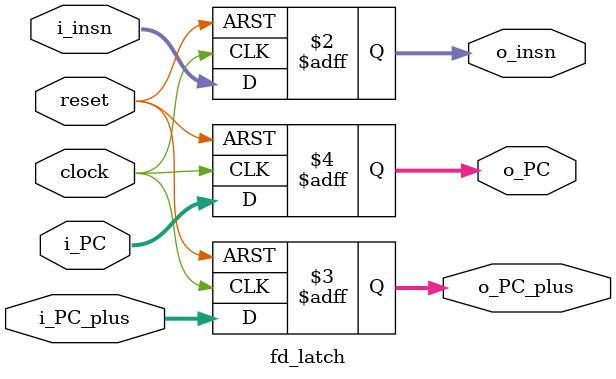
<source format=v>
module fd_latch(
    input clock,
    input reset,
    input [31:0] i_insn,
    input [11:0] i_PC_plus,
    input [11:0] i_PC,
    output reg [31:0] o_insn,
    output reg [11:0] o_PC_plus ,
    output reg [11:0] o_PC
);

    always @(negedge clock or posedge reset) begin
       if (reset) begin
           o_insn <= 32'd0;
           o_PC_plus <= 12'd0;
           o_PC <= 12'd0;
       end else begin
           o_insn <= i_insn;
           o_PC_plus <= i_PC_plus;
           o_PC <= i_PC;
       end
   end

endmodule
</source>
